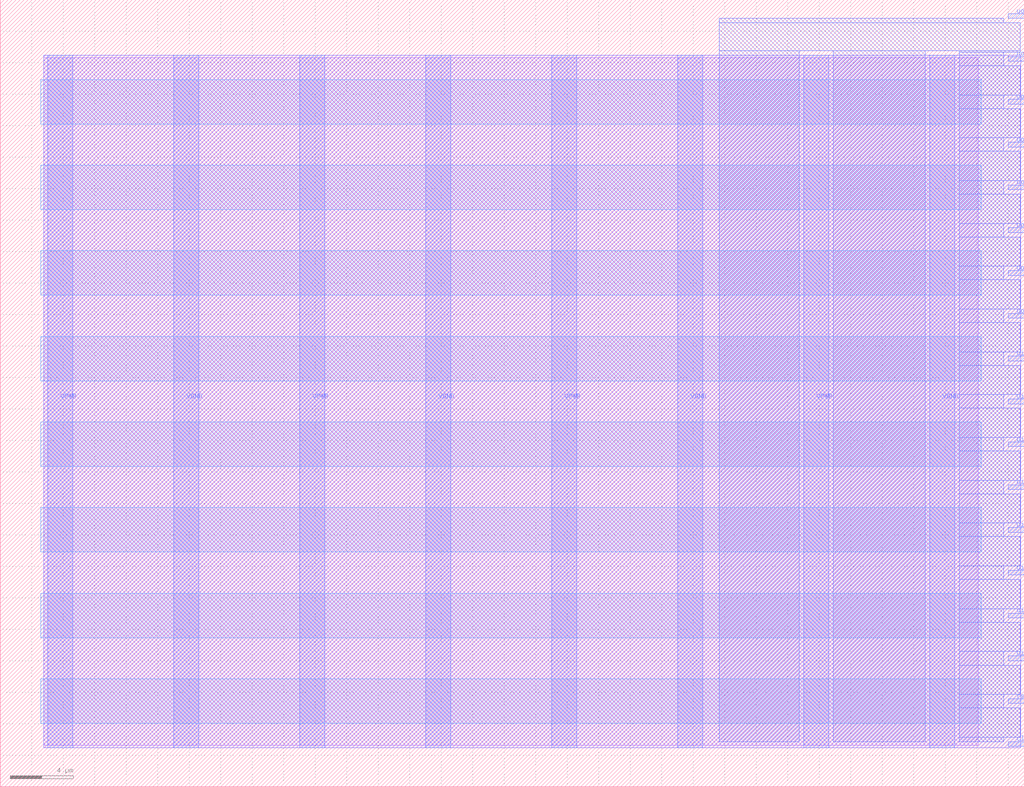
<source format=lef>
VERSION 5.7 ;
  NOWIREEXTENSIONATPIN ON ;
  DIVIDERCHAR "/" ;
  BUSBITCHARS "[]" ;
MACRO tt_um_micro1
  CLASS BLOCK ;
  FOREIGN tt_um_micro1 ;
  ORIGIN 0.000 0.000 ;
  SIZE 65.000 BY 50.000 ;
  PIN VGND
    DIRECTION INOUT ;
    USE GROUND ;
    PORT
      LAYER met2 ;
        RECT 11.000 2.480 12.600 46.480 ;
    END
    PORT
      LAYER met2 ;
        RECT 27.000 2.480 28.600 46.480 ;
    END
    PORT
      LAYER met2 ;
        RECT 43.000 2.480 44.600 46.480 ;
    END
    PORT
      LAYER met2 ;
        RECT 59.000 2.480 60.600 46.480 ;
    END
  END VGND
  PIN VPWR
    DIRECTION INOUT ;
    USE POWER ;
    PORT
      LAYER met2 ;
        RECT 3.000 2.480 4.600 46.480 ;
    END
    PORT
      LAYER met2 ;
        RECT 19.000 2.480 20.600 46.480 ;
    END
    PORT
      LAYER met2 ;
        RECT 35.000 2.480 36.600 46.480 ;
    END
    PORT
      LAYER met2 ;
        RECT 51.000 2.480 52.600 46.480 ;
    END
  END VPWR
  PIN clk
    DIRECTION INPUT ;
    USE SIGNAL ;
    ANTENNAGATEAREA 0.852000 ;
    PORT
      LAYER met2 ;
        RECT 64.000 2.570 65.000 2.870 ;
    END
  END clk
  PIN rst_n
    DIRECTION INPUT ;
    USE SIGNAL ;
    ANTENNAGATEAREA 0.213000 ;
    PORT
      LAYER met2 ;
        RECT 64.000 5.290 65.000 5.590 ;
    END
  END rst_n
  PIN ui_in[0]
    DIRECTION INPUT ;
    USE SIGNAL ;
    ANTENNAGATEAREA 0.196500 ;
    PORT
      LAYER met2 ;
        RECT 64.000 8.010 65.000 8.310 ;
    END
  END ui_in[0]
  PIN ui_in[1]
    DIRECTION INPUT ;
    USE SIGNAL ;
    ANTENNAGATEAREA 0.196500 ;
    PORT
      LAYER met2 ;
        RECT 64.000 10.730 65.000 11.030 ;
    END
  END ui_in[1]
  PIN ui_in[2]
    DIRECTION INPUT ;
    USE SIGNAL ;
    ANTENNAGATEAREA 0.196500 ;
    PORT
      LAYER met2 ;
        RECT 64.000 13.450 65.000 13.750 ;
    END
  END ui_in[2]
  PIN ui_in[3]
    DIRECTION INPUT ;
    USE SIGNAL ;
    ANTENNAGATEAREA 0.196500 ;
    PORT
      LAYER met2 ;
        RECT 64.000 16.170 65.000 16.470 ;
    END
  END ui_in[3]
  PIN ui_in[4]
    DIRECTION INPUT ;
    USE SIGNAL ;
    ANTENNAGATEAREA 0.196500 ;
    PORT
      LAYER met2 ;
        RECT 64.000 18.890 65.000 19.190 ;
    END
  END ui_in[4]
  PIN ui_in[5]
    DIRECTION INPUT ;
    USE SIGNAL ;
    ANTENNAGATEAREA 0.196500 ;
    PORT
      LAYER met2 ;
        RECT 64.000 21.610 65.000 21.910 ;
    END
  END ui_in[5]
  PIN ui_in[6]
    DIRECTION INPUT ;
    USE SIGNAL ;
    ANTENNAGATEAREA 0.196500 ;
    PORT
      LAYER met2 ;
        RECT 64.000 24.330 65.000 24.630 ;
    END
  END ui_in[6]
  PIN ui_in[7]
    DIRECTION INPUT ;
    USE SIGNAL ;
    ANTENNAGATEAREA 0.196500 ;
    PORT
      LAYER met2 ;
        RECT 64.000 27.050 65.000 27.350 ;
    END
  END ui_in[7]
  PIN uo_out[0]
    DIRECTION OUTPUT ;
    USE SIGNAL ;
    ANTENNADIFFAREA 0.891000 ;
    PORT
      LAYER met2 ;
        RECT 64.000 29.770 65.000 30.070 ;
    END
  END uo_out[0]
  PIN uo_out[1]
    DIRECTION OUTPUT ;
    USE SIGNAL ;
    ANTENNADIFFAREA 0.891000 ;
    PORT
      LAYER met2 ;
        RECT 64.000 32.490 65.000 32.790 ;
    END
  END uo_out[1]
  PIN uo_out[2]
    DIRECTION OUTPUT ;
    USE SIGNAL ;
    ANTENNADIFFAREA 0.891000 ;
    PORT
      LAYER met2 ;
        RECT 64.000 35.210 65.000 35.510 ;
    END
  END uo_out[2]
  PIN uo_out[3]
    DIRECTION OUTPUT ;
    USE SIGNAL ;
    ANTENNADIFFAREA 0.891000 ;
    PORT
      LAYER met2 ;
        RECT 64.000 37.930 65.000 38.230 ;
    END
  END uo_out[3]
  PIN uo_out[4]
    DIRECTION OUTPUT ;
    USE SIGNAL ;
    ANTENNADIFFAREA 0.891000 ;
    PORT
      LAYER met2 ;
        RECT 64.000 40.650 65.000 40.950 ;
    END
  END uo_out[4]
  PIN uo_out[5]
    DIRECTION OUTPUT ;
    USE SIGNAL ;
    ANTENNADIFFAREA 0.445500 ;
    PORT
      LAYER met2 ;
        RECT 64.000 43.370 65.000 43.670 ;
    END
  END uo_out[5]
  PIN uo_out[6]
    DIRECTION OUTPUT ;
    USE SIGNAL ;
    ANTENNADIFFAREA 0.445500 ;
    PORT
      LAYER met2 ;
        RECT 64.000 46.090 65.000 46.390 ;
    END
  END uo_out[6]
  PIN uo_out[7]
    DIRECTION OUTPUT ;
    USE SIGNAL ;
    ANTENNADIFFAREA 0.445500 ;
    PORT
      LAYER met2 ;
        RECT 64.000 48.810 65.000 49.110 ;
    END
  END uo_out[7]
  OBS
      LAYER nwell ;
        RECT 2.570 42.105 62.290 44.935 ;
        RECT 2.570 36.665 62.290 39.495 ;
        RECT 2.570 31.225 62.290 34.055 ;
        RECT 2.570 25.785 62.290 28.615 ;
        RECT 2.570 20.345 62.290 23.175 ;
        RECT 2.570 14.905 62.290 17.735 ;
        RECT 2.570 9.465 62.290 12.295 ;
        RECT 2.570 4.025 62.290 6.855 ;
      LAYER li1 ;
        RECT 2.760 2.635 62.100 46.325 ;
      LAYER met1 ;
        RECT 2.760 2.480 64.790 46.480 ;
      LAYER met2 ;
        RECT 45.640 48.530 63.720 48.810 ;
        RECT 45.640 46.760 64.760 48.530 ;
        RECT 45.640 2.870 50.720 46.760 ;
        RECT 52.880 2.870 58.720 46.760 ;
        RECT 60.880 46.670 64.760 46.760 ;
        RECT 60.880 45.810 63.720 46.670 ;
        RECT 60.880 43.950 64.760 45.810 ;
        RECT 60.880 43.090 63.720 43.950 ;
        RECT 60.880 41.230 64.760 43.090 ;
        RECT 60.880 40.370 63.720 41.230 ;
        RECT 60.880 38.510 64.760 40.370 ;
        RECT 60.880 37.650 63.720 38.510 ;
        RECT 60.880 35.790 64.760 37.650 ;
        RECT 60.880 34.930 63.720 35.790 ;
        RECT 60.880 33.070 64.760 34.930 ;
        RECT 60.880 32.210 63.720 33.070 ;
        RECT 60.880 30.350 64.760 32.210 ;
        RECT 60.880 29.490 63.720 30.350 ;
        RECT 60.880 27.630 64.760 29.490 ;
        RECT 60.880 26.770 63.720 27.630 ;
        RECT 60.880 24.910 64.760 26.770 ;
        RECT 60.880 24.050 63.720 24.910 ;
        RECT 60.880 22.190 64.760 24.050 ;
        RECT 60.880 21.330 63.720 22.190 ;
        RECT 60.880 19.470 64.760 21.330 ;
        RECT 60.880 18.610 63.720 19.470 ;
        RECT 60.880 16.750 64.760 18.610 ;
        RECT 60.880 15.890 63.720 16.750 ;
        RECT 60.880 14.030 64.760 15.890 ;
        RECT 60.880 13.170 63.720 14.030 ;
        RECT 60.880 11.310 64.760 13.170 ;
        RECT 60.880 10.450 63.720 11.310 ;
        RECT 60.880 8.590 64.760 10.450 ;
        RECT 60.880 7.730 63.720 8.590 ;
        RECT 60.880 5.870 64.760 7.730 ;
        RECT 60.880 5.010 63.720 5.870 ;
        RECT 60.880 3.150 64.760 5.010 ;
        RECT 60.880 2.870 63.720 3.150 ;
  END
END tt_um_micro1
END LIBRARY


</source>
